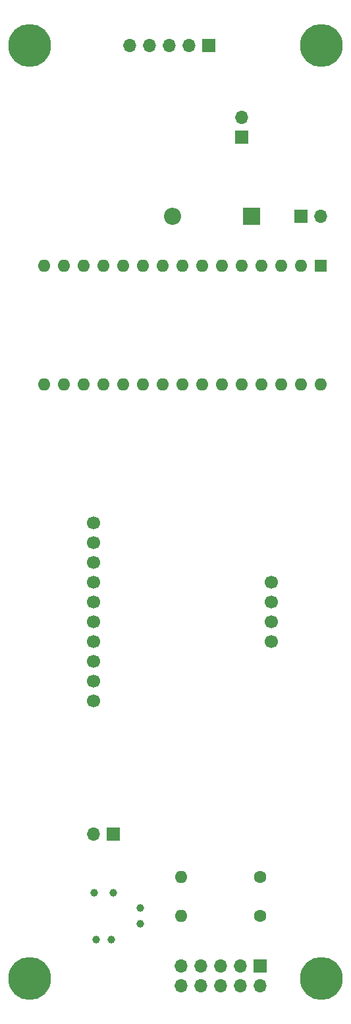
<source format=gbr>
%TF.GenerationSoftware,KiCad,Pcbnew,7.0.9*%
%TF.CreationDate,2025-03-23T18:57:58-04:00*%
%TF.ProjectId,Pneumatactors_NanoEvery_PumpControl,506e6575-6d61-4746-9163-746f72735f4e,rev?*%
%TF.SameCoordinates,Original*%
%TF.FileFunction,Soldermask,Bot*%
%TF.FilePolarity,Negative*%
%FSLAX46Y46*%
G04 Gerber Fmt 4.6, Leading zero omitted, Abs format (unit mm)*
G04 Created by KiCad (PCBNEW 7.0.9) date 2025-03-23 18:57:58*
%MOMM*%
%LPD*%
G01*
G04 APERTURE LIST*
%ADD10R,2.200000X2.200000*%
%ADD11O,2.200000X2.200000*%
%ADD12C,1.700000*%
%ADD13C,0.990600*%
%ADD14C,5.500000*%
%ADD15R,1.700000X1.700000*%
%ADD16O,1.700000X1.700000*%
%ADD17C,1.600000*%
%ADD18O,1.600000X1.600000*%
%ADD19R,1.600000X1.600000*%
G04 APERTURE END LIST*
D10*
%TO.C,D1*%
X66040000Y-57150000D03*
D11*
X55880000Y-57150000D03*
%TD*%
D12*
%TO.C,U1*%
X45720000Y-96520000D03*
X45720000Y-99060000D03*
X45720000Y-101600000D03*
X45720000Y-104140000D03*
X45720000Y-106680000D03*
X45720000Y-109220000D03*
X45720000Y-111760000D03*
X45720000Y-114300000D03*
X45720000Y-116840000D03*
X45720000Y-119380000D03*
X68580000Y-104140000D03*
X68580000Y-106680000D03*
X68580000Y-109220000D03*
X68580000Y-111760000D03*
%TD*%
D13*
%TO.C,J3*%
X51709000Y-148010800D03*
X51709000Y-146004200D03*
X48267311Y-144010300D03*
X48013300Y-150004700D03*
X46006700Y-150004700D03*
X45752711Y-144010300D03*
%TD*%
D14*
%TO.C,H2*%
X75010000Y-35250000D03*
%TD*%
D15*
%TO.C,J2*%
X67090000Y-153460000D03*
D16*
X67090000Y-156000000D03*
X64550000Y-153460000D03*
X64550000Y-156000000D03*
X62010000Y-153460000D03*
X62010000Y-156000000D03*
X59470000Y-153460000D03*
X59470000Y-156000000D03*
X56930000Y-153460000D03*
X56930000Y-156000000D03*
%TD*%
D15*
%TO.C,J4*%
X60550000Y-35250000D03*
D16*
X58010000Y-35250000D03*
X55470000Y-35250000D03*
X52930000Y-35250000D03*
X50390000Y-35250000D03*
%TD*%
D15*
%TO.C,J1*%
X72390000Y-57150000D03*
D16*
X74930000Y-57150000D03*
%TD*%
D14*
%TO.C,H1*%
X37510000Y-35250000D03*
%TD*%
D17*
%TO.C,R1*%
X67090000Y-142000000D03*
D18*
X56930000Y-142000000D03*
%TD*%
D14*
%TO.C,H3*%
X37510000Y-155000000D03*
%TD*%
D17*
%TO.C,R2*%
X67170000Y-147000000D03*
D18*
X57010000Y-147000000D03*
%TD*%
D14*
%TO.C,H4*%
X75010000Y-155000000D03*
%TD*%
D15*
%TO.C,J5*%
X64770000Y-46990000D03*
D16*
X64770000Y-44450000D03*
%TD*%
D19*
%TO.C,A1*%
X74930000Y-63500000D03*
D18*
X72390000Y-63500000D03*
X69850000Y-63500000D03*
X67310000Y-63500000D03*
X64770000Y-63500000D03*
X62230000Y-63500000D03*
X59690000Y-63500000D03*
X57150000Y-63500000D03*
X54610000Y-63500000D03*
X52070000Y-63500000D03*
X49530000Y-63500000D03*
X46990000Y-63500000D03*
X44450000Y-63500000D03*
X41910000Y-63500000D03*
X39370000Y-63500000D03*
X39370000Y-78740000D03*
X41910000Y-78740000D03*
X44450000Y-78740000D03*
X46990000Y-78740000D03*
X49530000Y-78740000D03*
X52070000Y-78740000D03*
X54610000Y-78740000D03*
X57150000Y-78740000D03*
X59690000Y-78740000D03*
X62230000Y-78740000D03*
X64770000Y-78740000D03*
X67310000Y-78740000D03*
X69850000Y-78740000D03*
X72390000Y-78740000D03*
X74930000Y-78740000D03*
%TD*%
D15*
%TO.C,J6*%
X48265000Y-136525000D03*
D16*
X45725000Y-136525000D03*
%TD*%
M02*

</source>
